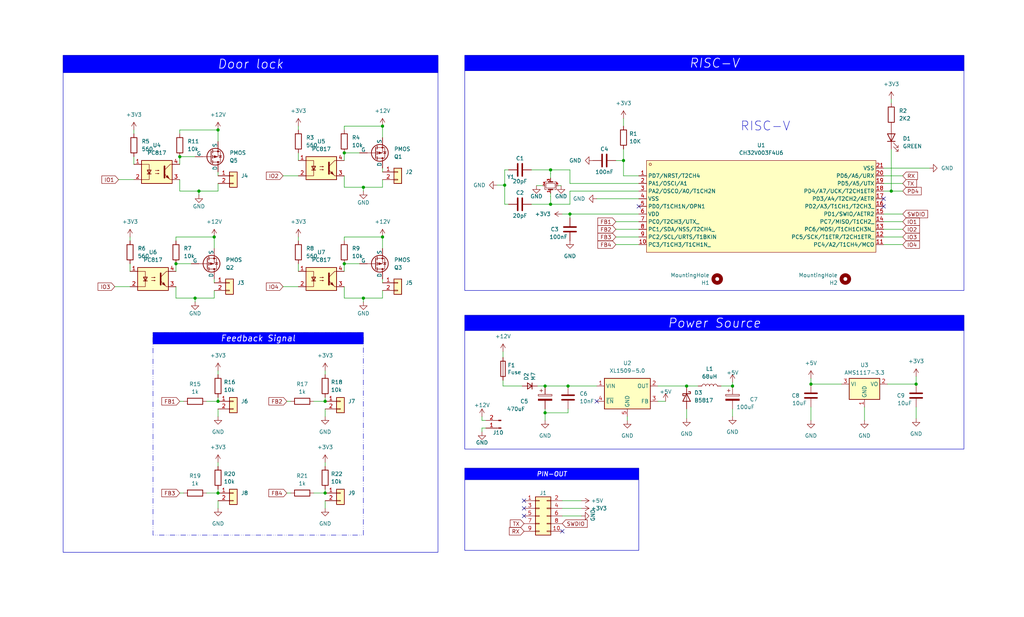
<source format=kicad_sch>
(kicad_sch (version 20231120) (generator "eeschema") (generator_version "8.0")
  (paper "User" 340 205)
  (lib_symbols
    (symbol "CH32V003F4U6:CH32V003F4U6"
      (property "Reference" "U" (at 0 17.78 0))
      (property "Value" "CH32V003F4U6" (at 0 -17.78 0))
      (symbol "CH32V003F4U6_0_1"
        (pin unspecified line (at -40.64 10.16 0) (length 2.54) (name "PD7/NRST/T2CH4") (number "1"))
        (pin unspecified line (at -40.64 -12.7 0) (length 2.54) (name "PC3/T1CH3/T1CH1N_") (number "10"))
        (pin unspecified line (at 40.64 -12.7 180) (length 2.54) (name "PC4/A2/T1CH4/MCO") (number "11"))
        (pin unspecified line (at 40.64 -10.16 180) (length 2.54) (name "PC5/SCK/T1ETR/T2CH1ETR_") (number "12"))
        (pin unspecified line (at 40.64 -7.62 180) (length 2.54) (name "PC6/MOSI/T1CH1CH3N_") (number "13"))
        (pin unspecified line (at 40.64 -5.08 180) (length 2.54) (name "PC7/MISO/T1CH2_") (number "14"))
        (pin unspecified line (at 40.64 -2.54 180) (length 2.54) (name "PD1/SWIO/AETR2") (number "15"))
        (pin unspecified line (at 40.64 0 180) (length 2.54) (name "PD2/A3/T1CH1/T2CH3_") (number "16"))
        (pin unspecified line (at 40.64 2.54 180) (length 2.54) (name "PD3/A4/T2CH2/AETR") (number "17"))
        (pin unspecified line (at 40.64 5.08 180) (length 2.54) (name "PD4/A7/UCK/T2CH1ETR") (number "18"))
        (pin unspecified line (at 40.64 7.62 180) (length 2.54) (name "PD5/A5/UTX") (number "19"))
        (pin unspecified line (at -40.64 7.62 0) (length 2.54) (name "PA1/OSCI/A1") (number "2"))
        (pin unspecified line (at 40.64 10.16 180) (length 2.54) (name "PD6/A6/URX") (number "20"))
        (pin unspecified line (at 40.64 12.7 180) (length 2.54) (name "VSS") (number "21"))
        (pin unspecified line (at -40.64 5.08 0) (length 2.54) (name "PA2/OSCO/A0/T1CH2N") (number "3"))
        (pin unspecified line (at -40.64 2.54 0) (length 2.54) (name "VSS") (number "4"))
        (pin unspecified line (at -40.64 0 0) (length 2.54) (name "PD0/T1CH1N/OPN1") (number "5"))
        (pin unspecified line (at -40.64 -2.54 0) (length 2.54) (name "VDD") (number "6"))
        (pin unspecified line (at -40.64 -5.08 0) (length 2.54) (name "PC0/T2CH3/UTX_") (number "7"))
        (pin unspecified line (at -40.64 -7.62 0) (length 2.54) (name "PC1/SDA/NSS/T2CH4_") (number "8"))
        (pin unspecified line (at -40.64 -10.16 0) (length 2.54) (name "PC2/SCL/URTS/T1BKIN") (number "9"))
      )
    )
    (symbol "Connector:Conn_01x02_Pin" (pin_names (offset 1.016) hide)
      (property "Reference" "J" (at 0 2.54 0))
      (property "Value" "Conn_01x02_Pin" (at 0 -5.08 0))
      (symbol "Conn_01x02_Pin_1_1"
        (pin passive line (at 5.08 0 180) (length 3.81) (name "Pin_1") (number "1"))
        (pin passive line (at 5.08 -2.54 180) (length 3.81) (name "Pin_2") (number "2"))
      )
    )
    (symbol "Connector_Generic:Conn_01x02" (pin_names (offset 1.016) hide)
      (property "Reference" "J" (at 0 2.54 0))
      (property "Value" "Conn_01x02" (at 0 -5.08 0))
      (symbol "Conn_01x02_1_1"
        (pin passive line (at -5.08 0 0) (length 3.81) (name "Pin_1") (number "1"))
        (pin passive line (at -5.08 -2.54 0) (length 3.81) (name "Pin_2") (number "2"))
      )
    )
    (symbol "Connector_Generic:Conn_02x05_Odd_Even" (pin_names (offset 1.016) hide)
      (property "Reference" "J" (at 1.27 7.62 0))
      (property "Value" "Conn_02x05_Odd_Even" (at 1.27 -7.62 0))
      (symbol "Conn_02x05_Odd_Even_1_1"
        (pin passive line (at -5.08 5.08 0) (length 3.81) (name "Pin_1") (number "1"))
        (pin passive line (at 7.62 -5.08 180) (length 3.81) (name "Pin_10") (number "10"))
        (pin passive line (at 7.62 5.08 180) (length 3.81) (name "Pin_2") (number "2"))
        (pin passive line (at -5.08 2.54 0) (length 3.81) (name "Pin_3") (number "3"))
        (pin passive line (at 7.62 2.54 180) (length 3.81) (name "Pin_4") (number "4"))
        (pin passive line (at -5.08 0 0) (length 3.81) (name "Pin_5") (number "5"))
        (pin passive line (at 7.62 0 180) (length 3.81) (name "Pin_6") (number "6"))
        (pin passive line (at -5.08 -2.54 0) (length 3.81) (name "Pin_7") (number "7"))
        (pin passive line (at 7.62 -2.54 180) (length 3.81) (name "Pin_8") (number "8"))
        (pin passive line (at -5.08 -5.08 0) (length 3.81) (name "Pin_9") (number "9"))
      )
    )
    (symbol "Device:C" (pin_numbers hide) (pin_names (offset 0.254))
      (property "Reference" "C" (at 0.635 2.54 0))
      (property "Value" "C" (at 0.635 -2.54 0))
      (symbol "C_1_1"
        (pin passive line (at 0 3.81 270) (length 2.794) (name "~") (number "1"))
        (pin passive line (at 0 -3.81 90) (length 2.794) (name "~") (number "2"))
      )
    )
    (symbol "Device:C_Polarized" (pin_numbers hide) (pin_names (offset 0.254))
      (property "Reference" "C" (at 0.635 2.54 0))
      (property "Value" "C_Polarized" (at 0.635 -2.54 0))
      (symbol "C_Polarized_1_1"
        (pin passive line (at 0 3.81 270) (length 2.794) (name "~") (number "1"))
        (pin passive line (at 0 -3.81 90) (length 2.794) (name "~") (number "2"))
      )
    )
    (symbol "Device:Crystal_GND24_Small" (pin_names (offset 1.016) hide)
      (property "Reference" "Y" (at 1.27 4.445 0))
      (property "Value" "Crystal_GND24_Small" (at 1.27 2.54 0))
      (symbol "Crystal_GND24_Small_1_1"
        (pin passive line (at -2.54 0 0) (length 1.27) (name "1") (number "1"))
        (pin passive line (at 0 -2.54 90) (length 0.635) (name "2") (number "2"))
        (pin passive line (at 2.54 0 180) (length 1.27) (name "3") (number "3"))
        (pin passive line (at 0 2.54 270) (length 0.635) (name "4") (number "4"))
      )
    )
    (symbol "Device:D_Schottky" (pin_numbers hide) (pin_names (offset 1.016) hide)
      (property "Reference" "D" (at 0 2.54 0))
      (property "Value" "D_Schottky" (at 0 -2.54 0))
      (symbol "D_Schottky_1_1"
        (pin passive line (at -3.81 0 0) (length 2.54) (name "K") (number "1"))
        (pin passive line (at 3.81 0 180) (length 2.54) (name "A") (number "2"))
      )
    )
    (symbol "Device:D_Small" (pin_numbers hide) (pin_names (offset 0.254) hide)
      (property "Reference" "D" (at -1.27 2.032 0))
      (property "Value" "D_Small" (at -3.81 -2.032 0))
      (symbol "D_Small_1_1"
        (pin passive line (at -2.54 0 0) (length 1.778) (name "K") (number "1"))
        (pin passive line (at 2.54 0 180) (length 1.778) (name "A") (number "2"))
      )
    )
    (symbol "Device:Fuse" (pin_numbers hide) (pin_names (offset 0))
      (property "Reference" "F" (at 2.032 0 90))
      (property "Value" "Fuse" (at -1.905 0 90))
      (symbol "Fuse_1_1"
        (pin passive line (at 0 3.81 270) (length 1.27) (name "~") (number "1"))
        (pin passive line (at 0 -3.81 90) (length 1.27) (name "~") (number "2"))
      )
    )
    (symbol "Device:L" (pin_numbers hide) (pin_names (offset 1.016) hide)
      (property "Reference" "L" (at -1.27 0 90))
      (property "Value" "L" (at 1.905 0 90))
      (symbol "L_1_1"
        (pin passive line (at 0 3.81 270) (length 1.27) (name "1") (number "1"))
        (pin passive line (at 0 -3.81 90) (length 1.27) (name "2") (number "2"))
      )
    )
    (symbol "Device:LED" (pin_numbers hide) (pin_names (offset 1.016) hide)
      (property "Reference" "D" (at 0 2.54 0))
      (property "Value" "LED" (at 0 -2.54 0))
      (symbol "LED_1_1"
        (pin passive line (at -3.81 0 0) (length 2.54) (name "K") (number "1"))
        (pin passive line (at 3.81 0 180) (length 2.54) (name "A") (number "2"))
      )
    )
    (symbol "Device:R" (pin_numbers hide) (pin_names (offset 0))
      (property "Reference" "R" (at 2.032 0 90))
      (property "Value" "R" (at 0 0 90))
      (symbol "R_1_1"
        (pin passive line (at 0 3.81 270) (length 1.27) (name "~") (number "1"))
        (pin passive line (at 0 -3.81 90) (length 1.27) (name "~") (number "2"))
      )
    )
    (symbol "GND_1" (power) (pin_numbers hide) (pin_names (offset 0) hide)
      (property "Value" "GND" (at 0 -3.81 0))
      (symbol "GND_1_1_1"
        (pin power_in line (at 0 0 270) (length 0) (name "~") (number "1"))
      )
    )
    (symbol "Isolator:PC817" (pin_names (offset 1.016))
      (property "Reference" "U" (at -5.08 5.08 0))
      (property "Value" "PC817" (at 0 5.08 0))
      (symbol "PC817_1_1"
        (pin passive line (at -7.62 2.54 0) (length 2.54) (name "~") (number "1"))
        (pin passive line (at -7.62 -2.54 0) (length 2.54) (name "~") (number "2"))
        (pin passive line (at 7.62 -2.54 180) (length 2.54) (name "~") (number "3"))
        (pin passive line (at 7.62 2.54 180) (length 2.54) (name "~") (number "4"))
      )
    )
    (symbol "Mechanical:MountingHole" (pin_names (offset 1.016))
      (property "Reference" "H" (at 0 5.08 0))
      (property "Value" "MountingHole" (at 0 3.175 0))
    )
    (symbol "Regulator_Linear:AMS1117-3.3"
      (property "Reference" "U" (at -3.81 3.175 0))
      (property "Value" "AMS1117-3.3" (at 0 3.175 0))
      (symbol "AMS1117-3.3_1_1"
        (pin power_in line (at 0 -7.62 90) (length 2.54) (name "GND") (number "1"))
        (pin power_out line (at 7.62 0 180) (length 2.54) (name "VO") (number "2"))
        (pin power_in line (at -7.62 0 0) (length 2.54) (name "VI") (number "3"))
      )
    )
    (symbol "Regulator_Switching:XL1509-5.0"
      (property "Reference" "U" (at -7.112 6.096 0))
      (property "Value" "XL1509-5.0" (at 5.842 6.096 0))
      (symbol "XL1509-5.0_1_1"
        (pin power_in line (at -10.16 2.54 0) (length 2.54) (name "VIN") (number "1"))
        (pin power_out line (at 10.16 2.54 180) (length 2.54) (name "OUT") (number "2"))
        (pin input line (at 10.16 -2.54 180) (length 2.54) (name "FB") (number "3"))
        (pin input line (at -10.16 -2.54 0) (length 2.54) (name "~{EN}") (number "4"))
        (pin power_in line (at 0 -7.62 90) (length 2.54) (name "GND") (number "5"))
        (pin passive line (at 0 -7.62 90) (length 2.54) hide (name "GND") (number "6"))
        (pin passive line (at 0 -7.62 90) (length 2.54) hide (name "GND") (number "7"))
        (pin passive line (at 0 -7.62 90) (length 2.54) hide (name "GND") (number "8"))
      )
    )
    (symbol "Simulation_SPICE:PMOS" (pin_numbers hide) (pin_names (offset 0))
      (property "Reference" "Q" (at 5.08 1.27 0))
      (property "Value" "PMOS" (at 5.08 -1.27 0))
      (symbol "PMOS_1_1"
        (pin passive line (at 2.54 5.08 270) (length 2.54) (name "D") (number "1"))
        (pin input line (at -5.08 0 0) (length 2.54) (name "G") (number "2"))
        (pin passive line (at 2.54 -5.08 90) (length 2.54) (name "S") (number "3"))
      )
    )
    (symbol "power:+12V" (power) (pin_names (offset 0))
      (property "Value" "+12V" (at 0 3.556 0))
      (symbol "+12V_1_1"
        (pin power_in line (at 0 0 90) (length 0) hide (name "+12V") (number "1"))
      )
    )
    (symbol "power:+3V3" (power) (pin_names (offset 0))
      (property "Value" "+3V3" (at 0 3.556 0))
      (symbol "+3V3_1_1"
        (pin power_in line (at 0 0 90) (length 0) hide (name "+3V3") (number "1"))
      )
    )
    (symbol "power:+5V" (power) (pin_names (offset 0))
      (property "Value" "+5V" (at 0 3.556 0))
      (symbol "+5V_1_1"
        (pin power_in line (at 0 0 90) (length 0) hide (name "+5V") (number "1"))
      )
    )
    (symbol "power:GND" (power) (pin_names (offset 0))
      (property "Value" "GND" (at 0 -3.81 0))
      (symbol "GND_1_1"
        (pin power_in line (at 0 0 270) (length 0) hide (name "GND") (number "1"))
      )
    )
  )
  (junction (at 188.595 128.27))
  (junction (at 207.01 53.34))
  (junction (at 114.3 50.8))
  (junction (at 71.12 78.74))
  (junction (at 72.39 133.35))
  (junction (at 182.7975 56.4462))
  (junction (at 72.39 163.83))
  (junction (at 189.23 71.12))
  (junction (at 107.95 163.83))
  (junction (at 304.165 127.635))
  (junction (at 58.42 87.63))
  (junction (at 72.39 43.18))
  (junction (at 127 78.74))
  (junction (at 243.205 128.27))
  (junction (at 120.65 99.06))
  (junction (at 64.77 99.06))
  (junction (at 269.24 127.635))
  (junction (at 180.975 128.27))
  (junction (at 295.91 63.5))
  (junction (at 107.95 133.35))
  (junction (at 59.69 52.07))
  (junction (at 66.04 63.5))
  (junction (at 182.7975 67.8762))
  (junction (at 120.65 62.23))
  (junction (at 180.975 137.16))
  (junction (at 127 41.91))
  (junction (at 227.965 128.27))
  (junction (at 114.3 87.63))
  (junction (at 167.5575 61.5262))
  (no_connect (at 173.99 171.45))
  (no_connect (at 173.99 168.91))
  (no_connect (at 198.12 133.35))
  (no_connect (at 293.37 66.04))
  (no_connect (at 186.69 176.53))
  (no_connect (at 173.99 166.37))
  (no_connect (at 293.37 68.58))
  (no_connect (at 212.09 68.58))
  (wire (pts (xy 243.205 135.89) (xy 243.205 138.43)))
  (wire (pts (xy 178.1119 61.6929) (xy 180.2472 61.6929)))
  (wire (pts (xy 59.69 133.35) (xy 60.96 133.35)))
  (wire (pts (xy 176.4475 56.4462) (xy 182.7975 56.4462)))
  (wire (pts (xy 66.04 64.77) (xy 66.04 63.5)))
  (wire (pts (xy 59.69 59.69) (xy 59.69 63.5)))
  (wire (pts (xy 72.39 60.96) (xy 72.39 63.5)))
  (wire (pts (xy 189.23 71.12) (xy 212.09 71.12)))
  (wire (pts (xy 68.58 163.83) (xy 72.39 163.83)))
  (wire (pts (xy 239.395 128.27) (xy 243.205 128.27)))
  (wire (pts (xy 66.04 63.5) (xy 72.39 63.5)))
  (wire (pts (xy 127 78.74) (xy 127 82.55)))
  (wire (pts (xy 127 96.52) (xy 127 99.06)))
  (wire (pts (xy 293.37 58.42) (xy 299.72 58.42)))
  (wire (pts (xy 168.8275 56.4462) (xy 167.5575 56.4462)))
  (wire (pts (xy 160.02 139.7) (xy 161.29 139.7)))
  (wire (pts (xy 189.23 71.12) (xy 189.23 72.39)))
  (wire (pts (xy 207.01 53.34) (xy 207.01 49.53)))
  (wire (pts (xy 38.1 95.25) (xy 43.18 95.25)))
  (wire (pts (xy 58.42 99.06) (xy 64.77 99.06)))
  (wire (pts (xy 107.95 135.89) (xy 107.95 138.43)))
  (wire (pts (xy 182.7975 56.4462) (xy 182.7975 57.7162)))
  (wire (pts (xy 58.42 87.63) (xy 63.5 87.63)))
  (wire (pts (xy 120.65 99.06) (xy 127 99.06)))
  (wire (pts (xy 304.165 125.095) (xy 304.165 127.635)))
  (wire (pts (xy 182.7872 59.1556) (xy 182.7872 57.7162)))
  (wire (pts (xy 59.69 43.18) (xy 72.39 43.18)))
  (wire (pts (xy 180.2472 61.6929) (xy 180.2472 61.6956)))
  (wire (pts (xy 72.39 162.56) (xy 72.39 163.83)))
  (wire (pts (xy 204.47 73.66) (xy 212.09 73.66)))
  (wire (pts (xy 182.7872 64.2356) (xy 182.7872 65.3362)))
  (wire (pts (xy 189.23 60.96) (xy 212.09 60.96)))
  (wire (pts (xy 212.09 58.42) (xy 207.01 58.42)))
  (wire (pts (xy 293.37 81.28) (xy 299.72 81.28)))
  (wire (pts (xy 114.3 41.91) (xy 127 41.91)))
  (wire (pts (xy 189.23 63.5) (xy 189.23 67.8762)))
  (wire (pts (xy 72.39 153.67) (xy 72.39 154.94)))
  (wire (pts (xy 59.69 52.07) (xy 64.77 52.07)))
  (wire (pts (xy 107.95 153.67) (xy 107.95 154.94)))
  (wire (pts (xy 185.3272 61.6956) (xy 186.2933 61.6956)))
  (wire (pts (xy 167.005 118.745) (xy 167.005 116.84)))
  (wire (pts (xy 107.95 132.08) (xy 107.95 133.35)))
  (wire (pts (xy 71.12 78.74) (xy 71.12 82.55)))
  (wire (pts (xy 107.95 162.56) (xy 107.95 163.83)))
  (wire (pts (xy 293.37 71.12) (xy 299.72 71.12)))
  (wire (pts (xy 120.65 62.23) (xy 127 62.23)))
  (wire (pts (xy 269.24 125.73) (xy 269.24 127.635)))
  (wire (pts (xy 127 55.88) (xy 127 57.15)))
  (wire (pts (xy 207.01 58.42) (xy 207.01 53.34)))
  (wire (pts (xy 114.3 62.23) (xy 120.65 62.23)))
  (wire (pts (xy 198.12 66.04) (xy 212.09 66.04)))
  (wire (pts (xy 93.98 95.25) (xy 99.06 95.25)))
  (wire (pts (xy 44.45 43.18) (xy 44.45 44.45)))
  (wire (pts (xy 189.23 67.8762) (xy 182.7975 67.8762)))
  (wire (pts (xy 293.37 78.74) (xy 299.72 78.74)))
  (wire (pts (xy 127 92.71) (xy 127 93.98)))
  (wire (pts (xy 167.005 126.365) (xy 167.005 128.27)))
  (wire (pts (xy 165.0175 61.5262) (xy 167.5575 61.5262)))
  (wire (pts (xy 243.205 127) (xy 243.205 128.27)))
  (wire (pts (xy 189.23 56.4462) (xy 189.23 60.96)))
  (wire (pts (xy 104.14 133.35) (xy 107.95 133.35)))
  (wire (pts (xy 95.25 133.35) (xy 96.52 133.35)))
  (wire (pts (xy 207.01 39.37) (xy 207.01 41.91)))
  (wire (pts (xy 72.39 132.08) (xy 72.39 133.35)))
  (wire (pts (xy 188.595 128.27) (xy 198.12 128.27)))
  (wire (pts (xy 293.37 55.88) (xy 308.61 55.88)))
  (wire (pts (xy 114.3 95.25) (xy 114.3 99.06)))
  (wire (pts (xy 295.91 63.5) (xy 299.72 63.5)))
  (wire (pts (xy 227.965 128.27) (xy 231.775 128.27)))
  (wire (pts (xy 180.975 135.89) (xy 180.975 137.16)))
  (wire (pts (xy 93.98 58.42) (xy 99.06 58.42)))
  (wire (pts (xy 304.165 139.065) (xy 304.165 135.255)))
  (wire (pts (xy 114.3 50.8) (xy 114.3 53.34)))
  (wire (pts (xy 269.24 139.7) (xy 269.24 135.255)))
  (wire (pts (xy 160.02 142.24) (xy 160.02 143.51)))
  (wire (pts (xy 58.42 80.01) (xy 58.42 78.74)))
  (wire (pts (xy 114.3 43.18) (xy 114.3 41.91)))
  (wire (pts (xy 72.39 135.89) (xy 72.39 138.43)))
  (wire (pts (xy 68.58 133.35) (xy 72.39 133.35)))
  (wire (pts (xy 204.47 78.74) (xy 212.09 78.74)))
  (wire (pts (xy 58.42 87.63) (xy 58.42 90.17)))
  (wire (pts (xy 204.47 76.2) (xy 212.09 76.2)))
  (wire (pts (xy 59.69 52.07) (xy 59.69 54.61)))
  (wire (pts (xy 71.12 92.71) (xy 71.12 93.98)))
  (wire (pts (xy 114.3 87.63) (xy 119.38 87.63)))
  (wire (pts (xy 107.95 166.37) (xy 107.95 168.91)))
  (wire (pts (xy 167.5575 56.4462) (xy 167.5575 61.5262)))
  (wire (pts (xy 127 41.91) (xy 127 45.72)))
  (wire (pts (xy 114.3 78.74) (xy 127 78.74)))
  (wire (pts (xy 114.3 58.42) (xy 114.3 62.23)))
  (wire (pts (xy 59.69 63.5) (xy 66.04 63.5)))
  (wire (pts (xy 186.69 71.12) (xy 189.23 71.12)))
  (wire (pts (xy 287.02 135.255) (xy 287.02 139.7)))
  (wire (pts (xy 44.45 52.07) (xy 44.45 54.61)))
  (wire (pts (xy 186.69 166.37) (xy 193.04 166.37)))
  (wire (pts (xy 269.24 127.635) (xy 279.4 127.635)))
  (wire (pts (xy 43.18 78.74) (xy 43.18 80.01)))
  (wire (pts (xy 43.18 87.63) (xy 43.18 90.17)))
  (wire (pts (xy 99.06 78.74) (xy 99.06 80.01)))
  (wire (pts (xy 293.37 60.96) (xy 299.72 60.96)))
  (wire (pts (xy 120.65 100.33) (xy 120.65 99.06)))
  (wire (pts (xy 182.7872 57.7162) (xy 182.7975 57.7162)))
  (wire (pts (xy 182.7975 67.8762) (xy 182.7975 65.3362)))
  (wire (pts (xy 218.44 128.27) (xy 227.965 128.27)))
  (wire (pts (xy 188.595 137.16) (xy 180.975 137.16)))
  (wire (pts (xy 58.42 95.25) (xy 58.42 99.06)))
  (wire (pts (xy 212.09 63.5) (xy 189.23 63.5)))
  (wire (pts (xy 59.69 163.83) (xy 60.96 163.83)))
  (wire (pts (xy 39.37 59.69) (xy 44.45 59.69)))
  (wire (pts (xy 104.14 163.83) (xy 107.95 163.83)))
  (wire (pts (xy 114.3 80.01) (xy 114.3 78.74)))
  (wire (pts (xy 178.435 128.27) (xy 180.975 128.27)))
  (wire (pts (xy 176.4475 67.8762) (xy 182.7975 67.8762)))
  (wire (pts (xy 95.25 163.83) (xy 96.52 163.83)))
  (wire (pts (xy 293.37 73.66) (xy 299.72 73.66)))
  (wire (pts (xy 120.65 63.5) (xy 120.65 62.23)))
  (wire (pts (xy 107.95 123.19) (xy 107.95 124.46)))
  (wire (pts (xy 72.39 43.18) (xy 72.39 46.99)))
  (wire (pts (xy 294.64 127.635) (xy 304.165 127.635)))
  (wire (pts (xy 293.37 63.5) (xy 295.91 63.5)))
  (wire (pts (xy 99.06 50.8) (xy 99.06 53.34)))
  (wire (pts (xy 182.7872 65.3362) (xy 182.7975 65.3362)))
  (wire (pts (xy 167.5575 61.5262) (xy 167.5575 67.8762)))
  (wire (pts (xy 72.39 123.19) (xy 72.39 124.46)))
  (wire (pts (xy 295.91 33.02) (xy 295.91 34.29)))
  (wire (pts (xy 71.12 96.52) (xy 71.12 99.06)))
  (wire (pts (xy 99.06 87.63) (xy 99.06 90.17)))
  (wire (pts (xy 114.3 99.06) (xy 120.65 99.06)))
  (wire (pts (xy 114.3 87.63) (xy 114.3 90.17)))
  (wire (pts (xy 204.47 81.28) (xy 212.09 81.28)))
  (wire (pts (xy 72.39 166.37) (xy 72.39 168.91)))
  (wire (pts (xy 204.47 53.34) (xy 207.01 53.34)))
  (wire (pts (xy 186.69 171.45) (xy 193.04 171.45)))
  (wire (pts (xy 188.595 135.89) (xy 188.595 137.16)))
  (wire (pts (xy 64.77 99.06) (xy 71.12 99.06)))
  (wire (pts (xy 167.5575 67.8762) (xy 168.8275 67.8762)))
  (wire (pts (xy 182.7975 56.4462) (xy 189.23 56.4462)))
  (wire (pts (xy 64.77 100.33) (xy 64.77 99.06)))
  (wire (pts (xy 295.91 49.53) (xy 295.91 63.5)))
  (wire (pts (xy 59.69 44.45) (xy 59.69 43.18)))
  (wire (pts (xy 186.69 168.91) (xy 193.04 168.91)))
  (wire (pts (xy 180.975 128.27) (xy 188.595 128.27)))
  (wire (pts (xy 127 59.69) (xy 127 62.23)))
  (wire (pts (xy 227.965 135.89) (xy 227.965 139.065)))
  (wire (pts (xy 208.28 138.43) (xy 208.28 139.7)))
  (wire (pts (xy 161.29 142.24) (xy 160.02 142.24)))
  (wire (pts (xy 72.39 57.15) (xy 72.39 58.42)))
  (wire (pts (xy 218.44 133.35) (xy 220.98 133.35)))
  (wire (pts (xy 167.005 128.27) (xy 173.355 128.27)))
  (wire (pts (xy 99.06 41.91) (xy 99.06 43.18)))
  (wire (pts (xy 58.42 78.74) (xy 71.12 78.74)))
  (wire (pts (xy 293.37 76.2) (xy 299.72 76.2)))
  (wire (pts (xy 160.02 138.43) (xy 160.02 139.7)))
  (wire (pts (xy 114.3 50.8) (xy 119.38 50.8)))
  (wire (pts (xy 180.975 139.7) (xy 180.975 137.16)))
  (rectangle (start 50.8 110.49) (end 120.65 177.8) (stroke (width 0) (type dash_dot_dot)))
  (rectangle (start 154.305 104.775) (end 320.04 149.225))
  (rectangle (start 20.955 18.415) (end 145.415 183.515))
  (rectangle (start 154.305 18.415) (end 320.04 96.52))
  (rectangle (start 154.305 155.575) (end 212.09 182.88))
  (text_box "Door lock" (at 20.955 18.415 0) (size 124.46 5.715) (fill (type color) (color 0 0 255 1)) (effects (font (size 3 3) (thickness 0.254) (bold yes) (italic yes))))
  (text_box "Feedback Signal\n" (at 50.8 110.49 0) (size 69.85 3.81) (fill (type color) (color 0 0 255 1)) (effects (font (size 2 2) (thickness 0.254) (bold yes) (italic yes))))
  (text_box "RISC-V" (at 154.305 18.415 0) (size 165.735 5.08) (fill (type color) (color 0 0 255 1)) (effects (font (size 3 3) (thickness 0.254) (bold yes) (italic yes))))
  (text_box "PIN-OUT" (at 154.305 155.575 0) (size 57.785 3.81) (fill (type color) (color 0 0 255 1)) (effects (font (size 1.5 1.5) (thickness 0.254) (bold yes) (italic yes))))
  (text_box "Power Source" (at 154.305 104.775 0) (size 165.735 5.08) (fill (type color) (color 0 0 255 1)) (effects (font (size 3 3) (thickness 0.254) (bold yes) (italic yes))))
  (text "RISC-V\n" (at 245.745 43.815 0) (effects (font (size 3 3)) (justify left bottom)))
  (global_label "FB2" (shape input) (at 204.47 76.2 180) (property "Intersheetrefs" "${INTERSHEET_REFS}" (effects (hide yes))))
  (global_label "FB4" (shape input) (at 204.47 81.28 180) (property "Intersheetrefs" "${INTERSHEET_REFS}" (effects (hide yes))))
  (global_label "PD4" (shape input) (at 299.72 63.5 0) (property "Intersheetrefs" "${INTERSHEET_REFS}" (effects (hide yes))))
  (global_label "RX" (shape input) (at 299.72 58.42 0) (property "Intersheetrefs" "${INTERSHEET_REFS}" (effects (hide yes))))
  (global_label "IO1" (shape input) (at 39.37 59.69 180) (property "Intersheetrefs" "${INTERSHEET_REFS}" (effects (hide yes))))
  (global_label "FB4" (shape input) (at 95.25 163.83 180) (property "Intersheetrefs" "${INTERSHEET_REFS}" (effects (hide yes))))
  (global_label "IO1" (shape input) (at 299.72 73.66 0) (property "Intersheetrefs" "${INTERSHEET_REFS}" (effects (hide yes))))
  (global_label "FB3" (shape input) (at 204.47 78.74 180) (property "Intersheetrefs" "${INTERSHEET_REFS}" (effects (hide yes))))
  (global_label "SWDIO" (shape input) (at 299.72 71.12 0) (property "Intersheetrefs" "${INTERSHEET_REFS}" (effects (hide yes))))
  (global_label "IO2" (shape input) (at 93.98 58.42 180) (property "Intersheetrefs" "${INTERSHEET_REFS}" (effects (hide yes))))
  (global_label "FB1" (shape input) (at 59.69 133.35 180) (property "Intersheetrefs" "${INTERSHEET_REFS}" (effects (hide yes))))
  (global_label "IO3" (shape input) (at 299.72 78.74 0) (property "Intersheetrefs" "${INTERSHEET_REFS}" (effects (hide yes))))
  (global_label "IO2" (shape input) (at 299.72 76.2 0) (property "Intersheetrefs" "${INTERSHEET_REFS}" (effects (hide yes))))
  (global_label "FB1" (shape input) (at 204.47 73.66 180) (property "Intersheetrefs" "${INTERSHEET_REFS}" (effects (hide yes))))
  (global_label "IO4" (shape input) (at 299.72 81.28 0) (property "Intersheetrefs" "${INTERSHEET_REFS}" (effects (hide yes))))
  (global_label "FB3" (shape input) (at 59.69 163.83 180) (property "Intersheetrefs" "${INTERSHEET_REFS}" (effects (hide yes))))
  (global_label "SWDIO" (shape input) (at 186.69 173.99 0) (property "Intersheetrefs" "${INTERSHEET_REFS}" (effects (hide yes))))
  (global_label "TX" (shape input) (at 299.72 60.96 0) (property "Intersheetrefs" "${INTERSHEET_REFS}" (effects (hide yes))))
  (global_label "IO3" (shape input) (at 38.1 95.25 180) (property "Intersheetrefs" "${INTERSHEET_REFS}" (effects (hide yes))))
  (global_label "FB2" (shape input) (at 95.25 133.35 180) (property "Intersheetrefs" "${INTERSHEET_REFS}" (effects (hide yes))))
  (global_label "IO4" (shape input) (at 93.98 95.25 180) (property "Intersheetrefs" "${INTERSHEET_REFS}" (effects (hide yes))))
  (global_label "RX" (shape input) (at 173.99 176.53 180) (property "Intersheetrefs" "${INTERSHEET_REFS}" (effects (hide yes))))
  (global_label "TX" (shape input) (at 173.99 173.99 180) (property "Intersheetrefs" "${INTERSHEET_REFS}" (effects (hide yes))))
  (symbol (lib_id "Device:L") (at 235.585 128.27 90) (unit 1)
    (property "Reference" "L1" (at 235.585 122.555 90))
    (property "Value" "68uH" (at 235.585 125.095 90))
    (property "Footprint" "Inductor_SMD:L_Bourns-SRN6028" (effects (hide yes)))
  )
  (symbol (lib_id "power:+3V3") (at 107.95 153.67 0) (unit 1)
    (property "Reference" "#PWR041" (effects (hide yes)))
    (property "Value" "+3V3" (at 107.95 148.59 0))
  )
  (symbol (lib_name "GND_1") (lib_id "power:GND") (at 120.65 100.33 0) (unit 1)
    (property "Reference" "#PWR044" (effects (hide yes)))
    (property "Value" "GND" (at 120.65 104.14 0))
    (property "Description" "Power symbol creates a global label with name \"GND\" , ground" (effects (hide yes)))
  )
  (symbol (lib_name "GND_1") (lib_id "power:GND") (at 64.77 100.33 0) (unit 1)
    (property "Reference" "#PWR031" (effects (hide yes)))
    (property "Value" "GND" (at 64.77 104.14 0))
    (property "Description" "Power symbol creates a global label with name \"GND\" , ground" (effects (hide yes)))
  )
  (symbol (lib_id "Device:C") (at 200.66 53.34 90) (unit 1)
    (property "Reference" "C4" (at 200.66 49.53 90))
    (property "Value" "100nF" (at 200.66 57.15 90))
    (property "Footprint" "Capacitor_SMD:C_0603_1608Metric" (effects (hide yes)))
  )
  (symbol (lib_id "power:GND") (at 196.85 53.34 270) (unit 1)
    (property "Reference" "#PWR06" (effects (hide yes)))
    (property "Value" "GND" (at 193.04 53.34 90) (effects (justify right)))
  )
  (symbol (lib_id "power:GND") (at 180.975 139.7 0) (unit 1)
    (property "Reference" "#PWR012" (effects (hide yes)))
    (property "Value" "GND" (at 180.975 144.78 0))
  )
  (symbol (lib_id "power:GND") (at 72.39 138.43 0) (unit 1)
    (property "Reference" "#PWR036" (effects (hide yes)))
    (property "Value" "GND" (at 72.39 143.51 0))
  )
  (symbol (lib_id "Connector_Generic:Conn_01x02") (at 113.03 133.35 0) (unit 1)
    (property "Reference" "J7" (at 115.57 133.3499 0) (effects (justify left)))
    (property "Value" "Conn_01x02" (effects (hide yes)))
    (property "Footprint" "Connector_PinHeader_2.54mm:PinHeader_2x01_P2.54mm_Vertical" (effects (hide yes)))
    (property "Description" "Generic connector, single row, 01x02, script generated (kicad-library-utils/schlib/autogen/connector/)" (effects (hide yes)))
  )
  (symbol (lib_id "Device:R") (at 64.77 163.83 90) (unit 1)
    (property "Reference" "R19" (at 64.77 158.115 90))
    (property "Value" "1k" (at 64.77 160.655 90))
    (property "Footprint" "Resistor_SMD:R_0603_1608Metric" (effects (hide yes)))
    (property "Description" "Resistor" (effects (hide yes)))
  )
  (symbol (lib_id "power:GND") (at 107.95 138.43 0) (unit 1)
    (property "Reference" "#PWR038" (effects (hide yes)))
    (property "Value" "GND" (at 107.95 143.51 0))
  )
  (symbol (lib_id "power:GND") (at 287.02 139.7 0) (unit 1)
    (property "Reference" "#PWR020" (effects (hide yes)))
    (property "Value" "GND" (at 287.02 144.78 0))
  )
  (symbol (lib_id "power:+12V") (at 160.02 138.43 0) (unit 1)
    (property "Reference" "#PWR046" (effects (hide yes)))
    (property "Value" "+12V" (at 160.02 134.62 0))
  )
  (symbol (lib_id "power:+3V3") (at 99.06 41.91 0) (unit 1)
    (property "Reference" "#PWR026" (effects (hide yes)))
    (property "Value" "+3V3" (at 99.06 36.83 0))
  )
  (symbol (lib_id "Isolator:PC817") (at 106.68 92.71 0) (unit 1)
    (property "Reference" "U7" (at 106.68 83.82 0))
    (property "Value" "PC817" (at 106.68 86.36 0))
    (property "Footprint" "Package_DIP:DIP-4_W7.62mm" (effects (hide yes)))
    (property "Datasheet" "http://www.soselectronic.cz/a_info/resource/d/pc817.pdf" (effects (hide yes)))
    (property "Description" "DC Optocoupler, Vce 35V, CTR 50-300%, DIP-4" (effects (hide yes)))
  )
  (symbol (lib_id "power:GND") (at 243.205 138.43 0) (unit 1)
    (property "Reference" "#PWR017" (effects (hide yes)))
    (property "Value" "GND" (at 243.205 143.51 0))
  )
  (symbol (lib_id "Device:C_Polarized") (at 243.205 132.08 0) (unit 1)
    (property "Reference" "C7" (at 248.92 132.715 0) (effects (justify left)))
    (property "Value" "100uF" (at 244.475 135.255 0) (effects (justify left)))
    (property "Footprint" "Capacitor_SMD:C_1210_3225Metric" (effects (hide yes)))
  )
  (symbol (lib_id "power:+3V3") (at 193.04 168.91 270) (unit 1)
    (property "Reference" "#PWR024" (effects (hide yes)))
    (property "Value" "+3V3" (at 196.215 168.91 90) (effects (justify left)))
  )
  (symbol (lib_id "power:GND") (at 160.02 143.51 0) (unit 1)
    (property "Reference" "#PWR047" (effects (hide yes)))
    (property "Value" "GND" (at 160.02 147.066 0))
  )
  (symbol (lib_id "Connector_Generic:Conn_01x02") (at 76.2 93.98 0) (unit 1)
    (property "Reference" "J3" (at 78.74 93.9799 0) (effects (justify left)))
    (property "Value" "Conn_01x02" (effects (hide yes)))
    (property "Footprint" "Connector_PinHeader_2.54mm:PinHeader_2x01_P2.54mm_Vertical" (effects (hide yes)))
    (property "Description" "Generic connector, single row, 01x02, script generated (kicad-library-utils/schlib/autogen/connector/)" (effects (hide yes)))
  )
  (symbol (lib_id "power:+3V3") (at 295.91 33.02 0) (unit 1)
    (property "Reference" "#PWR09" (effects (hide yes)))
    (property "Value" "+3V3" (at 295.91 27.94 0))
  )
  (symbol (lib_id "power:+3V3") (at 99.06 78.74 0) (unit 1)
    (property "Reference" "#PWR034" (effects (hide yes)))
    (property "Value" "+3V3" (at 99.06 73.66 0))
  )
  (symbol (lib_id "Device:Fuse") (at 167.005 122.555 0) (unit 1)
    (property "Reference" "F1" (at 168.529 121.3866 0) (effects (justify left)))
    (property "Value" "Fuse" (at 168.529 123.698 0) (effects (justify left)))
    (property "Footprint" "Fuse:Fuse_1206_3216Metric" (effects (hide yes)))
    (property "LCSC" "C70076" (effects (hide yes)))
  )
  (symbol (lib_id "Device:R") (at 100.33 133.35 90) (unit 1)
    (property "Reference" "R17" (at 100.33 127.635 90))
    (property "Value" "1k" (at 100.33 130.175 90))
    (property "Footprint" "Resistor_SMD:R_0603_1608Metric" (effects (hide yes)))
    (property "Description" "Resistor" (effects (hide yes)))
  )
  (symbol (lib_id "Device:R") (at 107.95 158.75 180) (unit 1)
    (property "Reference" "R22" (at 109.855 157.4799 0) (effects (justify right)))
    (property "Value" "10k" (at 109.855 160.0199 0) (effects (justify right)))
    (property "Footprint" "Resistor_SMD:R_0603_1608Metric" (effects (hide yes)))
    (property "Description" "Resistor" (effects (hide yes)))
  )
  (symbol (lib_id "power:+3V3") (at 43.18 78.74 0) (unit 1)
    (property "Reference" "#PWR029" (effects (hide yes)))
    (property "Value" "+3V3" (at 43.18 73.66 0))
  )
  (symbol (lib_name "GND_1") (lib_id "power:GND") (at 120.65 63.5 0) (unit 1)
    (property "Reference" "#PWR027" (effects (hide yes)))
    (property "Value" "GND" (at 120.65 67.31 0))
    (property "Description" "Power symbol creates a global label with name \"GND\" , ground" (effects (hide yes)))
  )
  (symbol (lib_id "power:GND") (at 208.28 139.7 0) (unit 1)
    (property "Reference" "#PWR013" (effects (hide yes)))
    (property "Value" "GND" (at 208.28 144.78 0))
  )
  (symbol (lib_id "Device:R") (at 114.3 83.82 0) (unit 1)
    (property "Reference" "R9" (at 116.84 82.5499 0) (effects (justify left)))
    (property "Value" "10k" (at 116.84 85.0899 0) (effects (justify left)))
    (property "Footprint" "Resistor_SMD:R_0603_1608Metric" (effects (hide yes)))
    (property "Description" "Resistor" (effects (hide yes)))
  )
  (symbol (lib_id "power:+3V3") (at 304.165 125.095 0) (unit 1)
    (property "Reference" "#PWR021" (effects (hide yes)))
    (property "Value" "+3V3" (at 304.165 120.015 0))
  )
  (symbol (lib_id "Device:R") (at 64.77 133.35 90) (unit 1)
    (property "Reference" "R15" (at 64.77 127.635 90))
    (property "Value" "1k" (at 64.77 130.175 90))
    (property "Footprint" "Resistor_SMD:R_0603_1608Metric" (effects (hide yes)))
    (property "Description" "Resistor" (effects (hide yes)))
  )
  (symbol (lib_id "power:GND") (at 72.39 168.91 0) (unit 1)
    (property "Reference" "#PWR040" (effects (hide yes)))
    (property "Value" "GND" (at 72.39 173.99 0))
  )
  (symbol (lib_id "power:GND") (at 186.2933 61.6956 0) (unit 1)
    (property "Reference" "#PWR03" (effects (hide yes)))
    (property "Value" "GND" (at 188.3253 65.2516 0) (effects (justify right)))
  )
  (symbol (lib_id "Regulator_Switching:XL1509-5.0") (at 208.28 130.81 0) (unit 1)
    (property "Reference" "U2" (at 208.28 120.65 0))
    (property "Value" "XL1509-5.0" (at 208.28 123.19 0))
    (property "Footprint" "Package_SO:SOIC-8_3.9x4.9mm_P1.27mm" (effects (hide yes)))
    (property "Datasheet" "https://datasheet.lcsc.com/lcsc/1809050422_XLSEMI-XL1509-5-0E1_C61063.pdf" (effects (hide yes)))
  )
  (symbol (lib_id "Device:R") (at 100.33 163.83 90) (unit 1)
    (property "Reference" "R21" (at 100.33 158.115 90))
    (property "Value" "1k" (at 100.33 160.655 90))
    (property "Footprint" "Resistor_SMD:R_0603_1608Metric" (effects (hide yes)))
    (property "Description" "Resistor" (effects (hide yes)))
  )
  (symbol (lib_id "Device:C") (at 189.23 76.2 180) (unit 1)
    (property "Reference" "C3" (at 184.15 76.2 0))
    (property "Value" "100nF" (at 185.42 78.74 0))
    (property "Footprint" "Capacitor_SMD:C_0603_1608Metric" (effects (hide yes)))
  )
  (symbol (lib_id "power:GND") (at 304.165 139.065 0) (unit 1)
    (property "Reference" "#PWR022" (effects (hide yes)))
    (property "Value" "GND" (at 304.165 144.145 0))
  )
  (symbol (lib_id "Device:R") (at 99.06 46.99 0) (unit 1)
    (property "Reference" "R3" (at 101.6 45.7199 0) (effects (justify left)))
    (property "Value" "560" (at 101.6 48.2599 0) (effects (justify left)))
    (property "Footprint" "Resistor_SMD:R_0603_1608Metric" (effects (hide yes)))
    (property "Description" "Resistor" (effects (hide yes)))
  )
  (symbol (lib_id "Device:R") (at 99.06 83.82 0) (unit 1)
    (property "Reference" "R8" (at 101.6 82.5499 0) (effects (justify left)))
    (property "Value" "560" (at 101.6 85.0899 0) (effects (justify left)))
    (property "Footprint" "Resistor_SMD:R_0603_1608Metric" (effects (hide yes)))
    (property "Description" "Resistor" (effects (hide yes)))
  )
  (symbol (lib_id "power:+3V3") (at 72.39 123.19 0) (unit 1)
    (property "Reference" "#PWR035" (effects (hide yes)))
    (property "Value" "+3V3" (at 72.39 118.11 0))
  )
  (symbol (lib_id "power:GND") (at 189.23 80.01 0) (unit 1)
    (property "Reference" "#PWR05" (effects (hide yes)))
    (property "Value" "GND" (at 189.23 85.09 0))
  )
  (symbol (lib_id "power:+12V") (at 127 41.91 0) (unit 1)
    (property "Reference" "#PWR028" (effects (hide yes)))
    (property "Value" "+12V" (at 127 36.83 0))
  )
  (symbol (lib_id "power:+12V") (at 72.39 43.18 0) (unit 1)
    (property "Reference" "#PWR032" (effects (hide yes)))
    (property "Value" "+12V" (at 72.39 38.1 0))
  )
  (symbol (lib_id "Connector:Conn_01x02_Pin") (at 166.37 142.24 180) (unit 1)
    (property "Reference" "J10" (at 163.576 143.764 0) (effects (justify right)))
    (property "Value" "Conn_01x02_Pin" (effects (hide yes)))
    (property "Footprint" "TerminalBlock:TerminalBlock_bornier-2_P5.08mm" (effects (hide yes)))
    (property "Description" "Generic connector, single row, 01x02, script generated" (effects (hide yes)))
  )
  (symbol (lib_id "Device:R") (at 72.39 158.75 180) (unit 1)
    (property "Reference" "R20" (at 74.295 157.4799 0) (effects (justify right)))
    (property "Value" "10k" (at 74.295 160.0199 0) (effects (justify right)))
    (property "Footprint" "Resistor_SMD:R_0603_1608Metric" (effects (hide yes)))
    (property "Description" "Resistor" (effects (hide yes)))
  )
  (symbol (lib_id "Mechanical:MountingHole") (at 238.125 92.71 180) (unit 1)
    (property "Reference" "H1" (at 235.585 93.98 0) (effects (justify left)))
    (property "Value" "MountingHole" (at 235.585 91.44 0) (effects (justify left)))
    (property "Footprint" "MountingHole:MountingHole_3.2mm_M3_Pad_Via" (effects (hide yes)))
  )
  (symbol (lib_id "Isolator:PC817") (at 50.8 92.71 0) (unit 1)
    (property "Reference" "U6" (at 50.8 83.82 0))
    (property "Value" "PC817" (at 50.8 86.36 0))
    (property "Footprint" "Package_DIP:DIP-4_W7.62mm" (effects (hide yes)))
    (property "Datasheet" "http://www.soselectronic.cz/a_info/resource/d/pc817.pdf" (effects (hide yes)))
    (property "Description" "DC Optocoupler, Vce 35V, CTR 50-300%, DIP-4" (effects (hide yes)))
  )
  (symbol (lib_id "power:GND") (at 227.965 139.065 0) (unit 1)
    (property "Reference" "#PWR015" (effects (hide yes)))
    (property "Value" "GND" (at 227.965 144.145 0))
  )
  (symbol (lib_id "Device:R") (at 114.3 46.99 0) (unit 1)
    (property "Reference" "R4" (at 116.84 45.7199 0) (effects (justify left)))
    (property "Value" "10k" (at 116.84 48.2599 0) (effects (justify left)))
    (property "Footprint" "Resistor_SMD:R_0603_1608Metric" (effects (hide yes)))
    (property "Description" "Resistor" (effects (hide yes)))
  )
  (symbol (lib_id "Simulation_SPICE:PMOS") (at 69.85 52.07 0) (mirror x) (unit 1)
    (property "Reference" "Q5" (at 76.2 53.3401 0) (effects (justify left)))
    (property "Value" "PMOS" (at 76.2 50.8001 0) (effects (justify left)))
    (property "Footprint" "Package_TO_SOT_SMD:TO-252-2" (effects (hide yes)))
    (property "Datasheet" "https://ngspice.sourceforge.io/docs/ngspice-html-manual/manual.xhtml#cha_MOSFETs" (effects (hide yes)))
    (property "Description" "P-MOSFET transistor, drain/source/gate" (effects (hide yes)))
    (property "Sim.Device" "PMOS" (effects (hide yes)))
    (property "Sim.Type" "VDMOS" (effects (hide yes)))
    (property "Sim.Pins" "1=D 2=G 3=S" (effects (hide yes)))
  )
  (symbol (lib_name "GND_1") (lib_id "power:GND") (at 66.04 64.77 0) (unit 1)
    (property "Reference" "#PWR030" (effects (hide yes)))
    (property "Value" "GND" (at 66.04 68.58 0))
    (property "Description" "Power symbol creates a global label with name \"GND\" , ground" (effects (hide yes)))
  )
  (symbol (lib_id "Connector_Generic:Conn_01x02") (at 77.47 163.83 0) (unit 1)
    (property "Reference" "J8" (at 80.01 163.8299 0) (effects (justify left)))
    (property "Value" "Conn_01x02" (effects (hide yes)))
    (property "Footprint" "Connector_PinHeader_2.54mm:PinHeader_2x01_P2.54mm_Vertical" (effects (hide yes)))
    (property "Description" "Generic connector, single row, 01x02, script generated (kicad-library-utils/schlib/autogen/connector/)" (effects (hide yes)))
  )
  (symbol (lib_id "Device:R") (at 207.01 45.72 0) (unit 1)
    (property "Reference" "R1" (at 208.915 44.45 0) (effects (justify left)))
    (property "Value" "10K" (at 208.915 46.99 0) (effects (justify left)))
    (property "Footprint" "Resistor_SMD:R_0603_1608Metric" (effects (hide yes)))
  )
  (symbol (lib_id "power:GND") (at 165.0175 61.5262 270) (unit 1)
    (property "Reference" "#PWR01" (effects (hide yes)))
    (property "Value" "GND" (at 161.2075 61.5262 90) (effects (justify right)))
  )
  (symbol (lib_id "Device:R") (at 59.69 48.26 0) (unit 1)
    (property "Reference" "R11" (at 62.23 46.9899 0) (effects (justify left)))
    (property "Value" "10k" (at 62.23 49.5299 0) (effects (justify left)))
    (property "Footprint" "Resistor_SMD:R_0603_1608Metric" (effects (hide yes)))
    (property "Description" "Resistor" (effects (hide yes)))
  )
  (symbol (lib_id "Device:R") (at 44.45 48.26 0) (unit 1)
    (property "Reference" "R5" (at 46.99 46.9899 0) (effects (justify left)))
    (property "Value" "560" (at 46.99 49.5299 0) (effects (justify left)))
    (property "Footprint" "Resistor_SMD:R_0603_1608Metric" (effects (hide yes)))
    (property "Description" "Resistor" (effects (hide yes)))
  )
  (symbol (lib_id "Simulation_SPICE:PMOS") (at 124.46 87.63 0) (mirror x) (unit 1)
    (property "Reference" "Q3" (at 130.81 88.9001 0) (effects (justify left)))
    (property "Value" "PMOS" (at 130.81 86.3601 0) (effects (justify left)))
    (property "Footprint" "Package_TO_SOT_SMD:TO-252-2" (effects (hide yes)))
    (property "Datasheet" "https://ngspice.sourceforge.io/docs/ngspice-html-manual/manual.xhtml#cha_MOSFETs" (effects (hide yes)))
    (property "Description" "P-MOSFET transistor, drain/source/gate" (effects (hide yes)))
    (property "Sim.Device" "PMOS" (effects (hide yes)))
    (property "Sim.Type" "VDMOS" (effects (hide yes)))
    (property "Sim.Pins" "1=D 2=G 3=S" (effects (hide yes)))
  )
  (symbol (lib_id "power:+3V3") (at 72.39 153.67 0) (unit 1)
    (property "Reference" "#PWR039" (effects (hide yes)))
    (property "Value" "+3V3" (at 72.39 148.59 0))
  )
  (symbol (lib_id "Device:D_Schottky") (at 227.965 132.08 270) (unit 1)
    (property "Reference" "D3" (at 230.505 130.4925 90) (effects (justify left)))
    (property "Value" "B5817" (at 230.505 133.0325 90) (effects (justify left)))
    (property "Footprint" "Diode_SMD:D_SMA" (effects (hide yes)))
    (property "LCSC" "C169540" (effects (hide yes)))
  )
  (symbol (lib_id "Regulator_Linear:AMS1117-3.3") (at 287.02 127.635 0) (unit 1)
    (property "Reference" "U3" (at 287.02 121.285 0))
    (property "Value" "AMS1117-3.3" (at 287.02 123.825 0))
    (property "Footprint" "Package_TO_SOT_SMD:SOT-223-3_TabPin2" (effects (hide yes)))
    (property "Datasheet" "http://www.advanced-monolithic.com/pdf/ds1117.pdf" (effects (hide yes)))
  )
  (symbol (lib_id "power:+5V") (at 193.04 166.37 270) (unit 1)
    (property "Reference" "#PWR023" (effects (hide yes)))
    (property "Value" "+5V" (at 196.215 166.37 90) (effects (justify left)))
  )
  (symbol (lib_id "power:+12V") (at 167.005 116.84 0) (unit 1)
    (property "Reference" "#PWR011" (effects (hide yes)))
    (property "Value" "+12V" (at 167.005 111.76 0))
  )
  (symbol (lib_id "power:+5V") (at 269.24 125.73 0) (unit 1)
    (property "Reference" "#PWR018" (effects (hide yes)))
    (property "Value" "+5V" (at 269.24 120.65 0))
  )
  (symbol (lib_id "Connector_Generic:Conn_01x02") (at 77.47 133.35 0) (unit 1)
    (property "Reference" "J6" (at 80.01 133.3499 0) (effects (justify left)))
    (property "Value" "Conn_01x02" (effects (hide yes)))
    (property "Footprint" "Connector_PinHeader_2.54mm:PinHeader_2x01_P2.54mm_Vertical" (effects (hide yes)))
    (property "Description" "Generic connector, single row, 01x02, script generated (kicad-library-utils/schlib/autogen/connector/)" (effects (hide yes)))
  )
  (symbol (lib_id "Device:R") (at 72.39 128.27 180) (unit 1)
    (property "Reference" "R16" (at 74.295 126.9999 0) (effects (justify right)))
    (property "Value" "10k" (at 74.295 129.5399 0) (effects (justify right)))
    (property "Footprint" "Resistor_SMD:R_0603_1608Metric" (effects (hide yes)))
    (property "Description" "Resistor" (effects (hide yes)))
  )
  (symbol (lib_id "Connector_Generic:Conn_01x02") (at 132.08 57.15 0) (unit 1)
    (property "Reference" "J2" (at 134.62 57.1499 0) (effects (justify left)))
    (property "Value" "Conn_01x02" (effects (hide yes)))
    (property "Footprint" "Connector_PinHeader_2.54mm:PinHeader_2x01_P2.54mm_Vertical" (effects (hide yes)))
    (property "Description" "Generic connector, single row, 01x02, script generated (kicad-library-utils/schlib/autogen/connector/)" (effects (hide yes)))
  )
  (symbol (lib_id "power:+3V3") (at 207.01 39.37 0) (unit 1)
    (property "Reference" "#PWR08" (effects (hide yes)))
    (property "Value" "+3V3" (at 207.01 34.29 0))
  )
  (symbol (lib_id "Device:C") (at 188.595 132.08 0) (unit 1)
    (property "Reference" "C6" (at 192.405 130.81 0) (effects (justify left)))
    (property "Value" "10nF" (at 192.405 133.35 0) (effects (justify left)))
    (property "Footprint" "Capacitor_SMD:C_0603_1608Metric" (effects (hide yes)))
  )
  (symbol (lib_id "Connector_Generic:Conn_01x02") (at 77.47 58.42 0) (unit 1)
    (property "Reference" "J4" (at 80.01 58.4199 0) (effects (justify left)))
    (property "Value" "Conn_01x02" (effects (hide yes)))
    (property "Footprint" "Connector_PinHeader_2.54mm:PinHeader_2x01_P2.54mm_Vertical" (effects (hide yes)))
    (property "Description" "Generic connector, single row, 01x02, script generated (kicad-library-utils/schlib/autogen/connector/)" (effects (hide yes)))
  )
  (symbol (lib_id "CH32V003F4U6:CH32V003F4U6") (at 252.73 68.58 0) (unit 1)
    (property "Reference" "U1" (at 252.73 48.26 0))
    (property "Value" "CH32V003F4U6" (at 252.73 50.8 0))
    (property "Footprint" "LOKAL:QFN-20_L3.0-W3.0-P0.40-TL-EP1.7" (effects (hide yes)))
    (property "Manufacturer" "WCH(南京沁恒)" (effects (hide yes)))
    (property "LCSC Part" "C5299908" (effects (hide yes)))
    (property "JLC Part" "Extended Part" (effects (hide yes)))
  )
  (symbol (lib_id "power:+12V") (at 71.12 78.74 0) (unit 1)
    (property "Reference" "#PWR033" (effects (hide yes)))
    (property "Value" "+12V" (at 71.12 73.66 0))
  )
  (symbol (lib_id "power:GND") (at 107.95 168.91 0) (unit 1)
    (property "Reference" "#PWR042" (effects (hide yes)))
    (property "Value" "GND" (at 107.95 173.99 0))
  )
  (symbol (lib_id "power:GND") (at 269.24 139.7 0) (unit 1)
    (property "Reference" "#PWR019" (effects (hide yes)))
    (property "Value" "GND" (at 269.24 144.78 0))
  )
  (symbol (lib_id "Device:Crystal_GND24_Small") (at 182.7872 61.6956 270) (mirror x) (unit 1)
    (property "Reference" "Y1" (at 169.5792 58.7813 90))
    (property "Value" "24MHz" (effects (hide yes)))
    (property "Footprint" "LOKAL:OSC-SMD_4P-L3.2-W2.5-BL" (effects (hide yes)))
  )
  (symbol (lib_id "power:GND") (at 198.12 66.04 270) (unit 1)
    (property "Reference" "#PWR07" (effects (hide yes)))
    (property "Value" "GND" (at 194.31 66.04 90) (effects (justify right)))
  )
  (symbol (lib_id "Simulation_SPICE:PMOS") (at 68.58 87.63 0) (mirror x) (unit 1)
    (property "Reference" "Q2" (at 74.93 88.9001 0) (effects (justify left)))
    (property "Value" "PMOS" (at 74.93 86.3601 0) (effects (justify left)))
    (property "Footprint" "Package_TO_SOT_SMD:TO-252-2" (effects (hide yes)))
    (property "Datasheet" "https://ngspice.sourceforge.io/docs/ngspice-html-manual/manual.xhtml#cha_MOSFETs" (effects (hide yes)))
    (property "Description" "P-MOSFET transistor, drain/source/gate" (effects (hide yes)))
    (property "Sim.Device" "PMOS" (effects (hide yes)))
    (property "Sim.Type" "VDMOS" (effects (hide yes)))
    (property "Sim.Pins" "1=D 2=G 3=S" (effects (hide yes)))
  )
  (symbol (lib_id "Isolator:PC817") (at 52.07 57.15 0) (unit 1)
    (property "Reference" "U4" (at 52.07 48.26 0))
    (property "Value" "PC817" (at 52.07 50.8 0))
    (property "Footprint" "Package_DIP:DIP-4_W7.62mm" (effects (hide yes)))
    (property "Datasheet" "http://www.soselectronic.cz/a_info/resource/d/pc817.pdf" (effects (hide yes)))
    (property "Description" "DC Optocoupler, Vce 35V, CTR 50-300%, DIP-4" (effects (hide yes)))
  )
  (symbol (lib_id "Connector_Generic:Conn_02x05_Odd_Even") (at 179.07 171.45 0) (unit 1)
    (property "Reference" "J1" (at 180.34 163.83 0))
    (property "Value" "Conn_02x05_Odd_Even" (effects (hide yes)))
    (property "Footprint" "Connector_PinHeader_2.54mm:PinHeader_2x05_P2.54mm_Vertical" (effects (hide yes)))
  )
  (symbol (lib_id "power:+5V") (at 220.98 133.35 0) (unit 1)
    (property "Reference" "#PWR014" (effects (hide yes)))
    (property "Value" "+5V" (at 220.98 130.175 0))
  )
  (symbol (lib_id "power:+3V3") (at 107.95 123.19 0) (unit 1)
    (property "Reference" "#PWR037" (effects (hide yes)))
    (property "Value" "+3V3" (at 107.95 118.11 0))
  )
  (symbol (lib_id "power:+12V") (at 127 78.74 0) (unit 1)
    (property "Reference" "#PWR045" (effects (hide yes)))
    (property "Value" "+12V" (at 127 73.66 0))
  )
  (symbol (lib_id "power:+5V") (at 243.205 127 0) (unit 1)
    (property "Reference" "#PWR016" (effects (hide yes)))
    (property "Value" "+5V" (at 243.205 123.825 0))
  )
  (symbol (lib_id "power:+3V3") (at 186.69 71.12 90) (unit 1)
    (property "Reference" "#PWR04" (effects (hide yes)))
    (property "Value" "+3V3" (at 182.88 71.12 90) (effects (justify left)))
  )
  (symbol (lib_id "Device:D_Small") (at 175.895 128.27 180) (unit 1)
    (property "Reference" "D2" (at 174.7266 126.492 90) (effects (justify right)))
    (property "Value" "M7" (at 177.038 126.492 90) (effects (justify right)))
    (property "Footprint" "Diode_SMD:D_SMA" (effects (hide yes)))
    (property "LCSC" "C162732" (effects (hide yes)))
  )
  (symbol (lib_id "Device:R") (at 295.91 38.1 0) (unit 1)
    (property "Reference" "R2" (at 298.45 36.83 0) (effects (justify left)))
    (property "Value" "2K2" (at 298.45 39.37 0) (effects (justify left)))
    (property "Footprint" "Resistor_SMD:R_0603_1608Metric" (effects (hide yes)))
  )
  (symbol (lib_id "Connector_Generic:Conn_01x02") (at 113.03 163.83 0) (unit 1)
    (property "Reference" "J9" (at 115.57 163.8299 0) (effects (justify left)))
    (property "Value" "Conn_01x02" (effects (hide yes)))
    (property "Footprint" "Connector_PinHeader_2.54mm:PinHeader_2x01_P2.54mm_Vertical" (effects (hide yes)))
    (property "Description" "Generic connector, single row, 01x02, script generated (kicad-library-utils/schlib/autogen/connector/)" (effects (hide yes)))
  )
  (symbol (lib_id "power:+3V3") (at 44.45 43.18 0) (unit 1)
    (property "Reference" "#PWR043" (effects (hide yes)))
    (property "Value" "+3V3" (at 44.45 38.1 0))
  )
  (symbol (lib_id "Device:C") (at 304.165 131.445 180) (unit 1)
    (property "Reference" "C9" (at 299.085 131.445 0))
    (property "Value" "10uF" (at 300.355 133.985 0))
    (property "Footprint" "Capacitor_SMD:C_0603_1608Metric" (effects (hide yes)))
  )
  (symbol (lib_id "Device:C_Polarized") (at 180.975 132.08 0) (unit 1)
    (property "Reference" "C5" (at 172.72 133.35 0) (effects (justify left)))
    (property "Value" "470uF" (at 168.275 135.89 0) (effects (justify left)))
    (property "Footprint" "Capacitor_Tantalum_SMD:CP_EIA-7361-438_AVX-U" (effects (hide yes)))
  )
  (symbol (lib_id "Device:C") (at 172.6375 67.8762 90) (unit 1)
    (property "Reference" "C2" (at 172.6375 64.0662 90))
    (property "Value" "20pF" (at 172.6375 71.6862 90))
    (property "Footprint" "Capacitor_SMD:C_0603_1608Metric" (effects (hide yes)))
  )
  (symbol (lib_id "Device:C") (at 269.24 131.445 180) (unit 1)
    (property "Reference" "C8" (at 264.16 131.445 0))
    (property "Value" "10uF" (at 265.43 133.985 0))
    (property "Footprint" "Capacitor_SMD:C_0603_1608Metric" (effects (hide yes)))
  )
  (symbol (lib_id "power:GND") (at 193.04 171.45 90) (unit 1)
    (property "Reference" "#PWR025" (effects (hide yes)))
    (property "Value" "GND" (at 196.85 171.196 0))
  )
  (symbol (lib_id "power:GND") (at 178.1119 61.6929 0) (unit 1)
    (property "Reference" "#PWR02" (effects (hide yes)))
    (property "Value" "GND" (at 180.1439 65.2489 0) (effects (justify right)))
  )
  (symbol (lib_id "Simulation_SPICE:PMOS") (at 124.46 50.8 0) (mirror x) (unit 1)
    (property "Reference" "Q1" (at 130.81 52.0701 0) (effects (justify left)))
    (property "Value" "PMOS" (at 130.81 49.5301 0) (effects (justify left)))
    (property "Footprint" "Package_TO_SOT_SMD:TO-252-2" (effects (hide yes)))
    (property "Datasheet" "https://ngspice.sourceforge.io/docs/ngspice-html-manual/manual.xhtml#cha_MOSFETs" (effects (hide yes)))
    (property "Description" "P-MOSFET transistor, drain/source/gate" (effects (hide yes)))
    (property "Sim.Device" "PMOS" (effects (hide yes)))
    (property "Sim.Type" "VDMOS" (effects (hide yes)))
    (property "Sim.Pins" "1=D 2=G 3=S" (effects (hide yes)))
  )
  (symbol (lib_id "power:GND") (at 308.61 55.88 90) (unit 1)
    (property "Reference" "#PWR010" (effects (hide yes)))
    (property "Value" "GND" (at 312.42 55.88 90) (effects (justify right)))
  )
  (symbol (lib_id "Device:C") (at 172.6375 56.4462 90) (unit 1)
    (property "Reference" "C1" (at 172.6375 52.6362 90))
    (property "Value" "20pF" (at 172.6375 60.2562 90))
    (property "Footprint" "Capacitor_SMD:C_0603_1608Metric" (effects (hide yes)))
  )
  (symbol (lib_id "Mechanical:MountingHole") (at 280.67 92.71 180) (unit 1)
    (property "Reference" "H2" (at 278.13 93.98 0) (effects (justify left)))
    (property "Value" "MountingHole" (at 278.13 91.44 0) (effects (justify left)))
    (property "Footprint" "MountingHole:MountingHole_3.2mm_M3_Pad_Via" (effects (hide yes)))
  )
  (symbol (lib_id "Device:R") (at 43.18 83.82 0) (unit 1)
    (property "Reference" "R6" (at 45.72 82.5499 0) (effects (justify left)))
    (property "Value" "560" (at 45.72 85.0899 0) (effects (justify left)))
    (property "Footprint" "Resistor_SMD:R_0603_1608Metric" (effects (hide yes)))
    (property "Description" "Resistor" (effects (hide yes)))
  )
  (symbol (lib_id "Isolator:PC817") (at 106.68 55.88 0) (unit 1)
    (property "Reference" "U5" (at 106.68 46.99 0))
    (property "Value" "PC817" (at 106.68 49.53 0))
    (property "Footprint" "Package_DIP:DIP-4_W7.62mm" (effects (hide yes)))
    (property "Datasheet" "http://www.soselectronic.cz/a_info/resource/d/pc817.pdf" (effects (hide yes)))
    (property "Description" "DC Optocoupler, Vce 35V, CTR 50-300%, DIP-4" (effects (hide yes)))
  )
  (symbol (lib_id "Device:R") (at 107.95 128.27 180) (unit 1)
    (property "Reference" "R18" (at 109.855 126.9999 0) (effects (justify right)))
    (property "Value" "10k" (at 109.855 129.5399 0) (effects (justify right)))
    (property "Footprint" "Resistor_SMD:R_0603_1608Metric" (effects (hide yes)))
    (property "Description" "Resistor" (effects (hide yes)))
  )
  (symbol (lib_id "Device:LED") (at 295.91 45.72 90) (unit 1)
    (property "Reference" "D1" (at 299.72 46.0375 90) (effects (justify right)))
    (property "Value" "GREEN" (at 299.72 48.5775 90) (effects (justify right)))
    (property "Footprint" "LED_SMD:LED_0805_2012Metric" (effects (hide yes)))
  )
  (symbol (lib_id "Connector_Generic:Conn_01x02") (at 132.08 93.98 0) (unit 1)
    (property "Reference" "J5" (at 134.62 93.9799 0) (effects (justify left)))
    (property "Value" "Conn_01x02" (effects (hide yes)))
    (property "Footprint" "Connector_PinHeader_2.54mm:PinHeader_2x01_P2.54mm_Vertical" (effects (hide yes)))
    (property "Description" "Generic connector, single row, 01x02, script generated (kicad-library-utils/schlib/autogen/connector/)" (effects (hide yes)))
  )
  (symbol (lib_id "Device:R") (at 58.42 83.82 0) (unit 1)
    (property "Reference" "R7" (at 60.96 82.5499 0) (effects (justify left)))
    (property "Value" "10k" (at 60.96 85.0899 0) (effects (justify left)))
    (property "Footprint" "Resistor_SMD:R_0603_1608Metric" (effects (hide yes)))
    (property "Description" "Resistor" (effects (hide yes)))
  )
)
</source>
